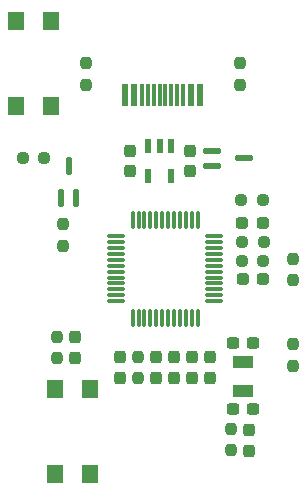
<source format=gtp>
G04 #@! TF.GenerationSoftware,KiCad,Pcbnew,8.0.1*
G04 #@! TF.CreationDate,2024-04-26T17:57:17-05:00*
G04 #@! TF.ProjectId,HCIPCB_ATSAMD21G18_template,48434950-4342-45f4-9154-53414d443231,rev?*
G04 #@! TF.SameCoordinates,Original*
G04 #@! TF.FileFunction,Paste,Top*
G04 #@! TF.FilePolarity,Positive*
%FSLAX46Y46*%
G04 Gerber Fmt 4.6, Leading zero omitted, Abs format (unit mm)*
G04 Created by KiCad (PCBNEW 8.0.1) date 2024-04-26 17:57:17*
%MOMM*%
%LPD*%
G01*
G04 APERTURE LIST*
G04 Aperture macros list*
%AMRoundRect*
0 Rectangle with rounded corners*
0 $1 Rounding radius*
0 $2 $3 $4 $5 $6 $7 $8 $9 X,Y pos of 4 corners*
0 Add a 4 corners polygon primitive as box body*
4,1,4,$2,$3,$4,$5,$6,$7,$8,$9,$2,$3,0*
0 Add four circle primitives for the rounded corners*
1,1,$1+$1,$2,$3*
1,1,$1+$1,$4,$5*
1,1,$1+$1,$6,$7*
1,1,$1+$1,$8,$9*
0 Add four rect primitives between the rounded corners*
20,1,$1+$1,$2,$3,$4,$5,0*
20,1,$1+$1,$4,$5,$6,$7,0*
20,1,$1+$1,$6,$7,$8,$9,0*
20,1,$1+$1,$8,$9,$2,$3,0*%
G04 Aperture macros list end*
%ADD10RoundRect,0.237500X-0.237500X0.287500X-0.237500X-0.287500X0.237500X-0.287500X0.237500X0.287500X0*%
%ADD11RoundRect,0.237500X-0.250000X-0.237500X0.250000X-0.237500X0.250000X0.237500X-0.250000X0.237500X0*%
%ADD12RoundRect,0.237500X-0.237500X0.300000X-0.237500X-0.300000X0.237500X-0.300000X0.237500X0.300000X0*%
%ADD13RoundRect,0.075000X0.662500X0.075000X-0.662500X0.075000X-0.662500X-0.075000X0.662500X-0.075000X0*%
%ADD14RoundRect,0.075000X0.075000X0.662500X-0.075000X0.662500X-0.075000X-0.662500X0.075000X-0.662500X0*%
%ADD15RoundRect,0.237500X0.237500X-0.287500X0.237500X0.287500X-0.237500X0.287500X-0.237500X-0.287500X0*%
%ADD16RoundRect,0.237500X-0.237500X0.250000X-0.237500X-0.250000X0.237500X-0.250000X0.237500X0.250000X0*%
%ADD17RoundRect,0.237500X-0.287500X-0.237500X0.287500X-0.237500X0.287500X0.237500X-0.287500X0.237500X0*%
%ADD18RoundRect,0.237500X0.237500X-0.250000X0.237500X0.250000X-0.237500X0.250000X-0.237500X-0.250000X0*%
%ADD19RoundRect,0.237500X-0.300000X-0.237500X0.300000X-0.237500X0.300000X0.237500X-0.300000X0.237500X0*%
%ADD20R,0.600000X1.920000*%
%ADD21R,0.300000X1.920000*%
%ADD22R,1.400000X1.600000*%
%ADD23RoundRect,0.112500X-0.112500X-0.637500X0.112500X-0.637500X0.112500X0.637500X-0.112500X0.637500X0*%
%ADD24RoundRect,0.237500X0.237500X-0.300000X0.237500X0.300000X-0.237500X0.300000X-0.237500X-0.300000X0*%
%ADD25RoundRect,0.237500X0.250000X0.237500X-0.250000X0.237500X-0.250000X-0.237500X0.250000X-0.237500X0*%
%ADD26R,0.600000X1.200000*%
%ADD27RoundRect,0.112500X-0.637500X0.112500X-0.637500X-0.112500X0.637500X-0.112500X0.637500X0.112500X0*%
%ADD28R,1.800000X1.000000*%
G04 APERTURE END LIST*
D10*
X128800000Y-114525000D03*
X128800000Y-116275000D03*
D11*
X128162500Y-100156750D03*
X129987500Y-100156750D03*
D12*
X117856000Y-108331500D03*
X117856000Y-110056500D03*
D13*
X125828500Y-103588000D03*
X125828500Y-103088000D03*
X125828500Y-102588000D03*
X125828500Y-102088000D03*
X125828500Y-101588000D03*
X125828500Y-101088000D03*
X125828500Y-100588000D03*
X125828500Y-100088000D03*
X125828500Y-99588000D03*
X125828500Y-99088000D03*
X125828500Y-98588000D03*
X125828500Y-98088000D03*
D14*
X124416000Y-96675500D03*
X123916000Y-96675500D03*
X123416000Y-96675500D03*
X122916000Y-96675500D03*
X122416000Y-96675500D03*
X121916000Y-96675500D03*
X121416000Y-96675500D03*
X120916000Y-96675500D03*
X120416000Y-96675500D03*
X119916000Y-96675500D03*
X119416000Y-96675500D03*
X118916000Y-96675500D03*
D13*
X117503500Y-98088000D03*
X117503500Y-98588000D03*
X117503500Y-99088000D03*
X117503500Y-99588000D03*
X117503500Y-100088000D03*
X117503500Y-100588000D03*
X117503500Y-101088000D03*
X117503500Y-101588000D03*
X117503500Y-102088000D03*
X117503500Y-102588000D03*
X117503500Y-103088000D03*
X117503500Y-103588000D03*
D14*
X118916000Y-105000500D03*
X119416000Y-105000500D03*
X119916000Y-105000500D03*
X120416000Y-105000500D03*
X120916000Y-105000500D03*
X121416000Y-105000500D03*
X121916000Y-105000500D03*
X122416000Y-105000500D03*
X122916000Y-105000500D03*
X123416000Y-105000500D03*
X123916000Y-105000500D03*
X124416000Y-105000500D03*
D15*
X123952000Y-110082000D03*
X123952000Y-108332000D03*
D16*
X132500000Y-100000000D03*
X132500000Y-101825000D03*
D17*
X128212500Y-97000000D03*
X129962500Y-97000000D03*
X128229886Y-101750000D03*
X129979886Y-101750000D03*
D18*
X112500000Y-108412500D03*
X112500000Y-106587500D03*
D19*
X127387500Y-107168000D03*
X129112500Y-107168000D03*
D12*
X122428000Y-108344500D03*
X122428000Y-110069500D03*
X125476000Y-108344500D03*
X125476000Y-110069500D03*
D20*
X124643119Y-86139999D03*
X123843119Y-86139999D03*
D21*
X122693119Y-86139999D03*
X121693119Y-86139999D03*
X121193119Y-86139999D03*
X120193119Y-86139999D03*
D20*
X118243119Y-86139999D03*
X119043119Y-86139999D03*
D21*
X119693119Y-86139999D03*
X120693119Y-86139999D03*
X122193119Y-86139999D03*
X123193119Y-86139999D03*
D22*
X109000000Y-87100000D03*
X109000000Y-79900000D03*
X112000000Y-87100000D03*
X112000000Y-79900000D03*
D16*
X127254000Y-114403500D03*
X127254000Y-116228500D03*
D23*
X112850000Y-94830000D03*
X114150000Y-94830000D03*
X113500000Y-92170000D03*
D16*
X128016000Y-83435500D03*
X128016000Y-85260500D03*
D24*
X118660000Y-92562500D03*
X118660000Y-90837500D03*
X114000000Y-108362500D03*
X114000000Y-106637500D03*
X123740000Y-92562500D03*
X123740000Y-90837500D03*
D25*
X111412500Y-91500000D03*
X109587500Y-91500000D03*
D11*
X128175000Y-98600000D03*
X130000000Y-98600000D03*
D12*
X120904000Y-108344500D03*
X120904000Y-110069500D03*
D16*
X132500000Y-107250000D03*
X132500000Y-109075000D03*
D22*
X115300000Y-111000000D03*
X115300000Y-118200000D03*
X112300000Y-111000000D03*
X112300000Y-118200000D03*
D16*
X115000000Y-83435500D03*
X115000000Y-85260500D03*
D26*
X122150000Y-90450000D03*
X121200000Y-90450000D03*
X120250000Y-90450000D03*
X120250000Y-92950000D03*
X122150000Y-92950000D03*
D19*
X127387500Y-112756000D03*
X129112500Y-112756000D03*
D27*
X125670000Y-90850000D03*
X125670000Y-92150000D03*
X128330000Y-91500000D03*
D18*
X113000000Y-98912500D03*
X113000000Y-97087500D03*
D28*
X128250000Y-108712000D03*
X128250000Y-111212000D03*
D18*
X119380000Y-110106500D03*
X119380000Y-108281500D03*
D11*
X128087500Y-95000000D03*
X129912500Y-95000000D03*
M02*

</source>
